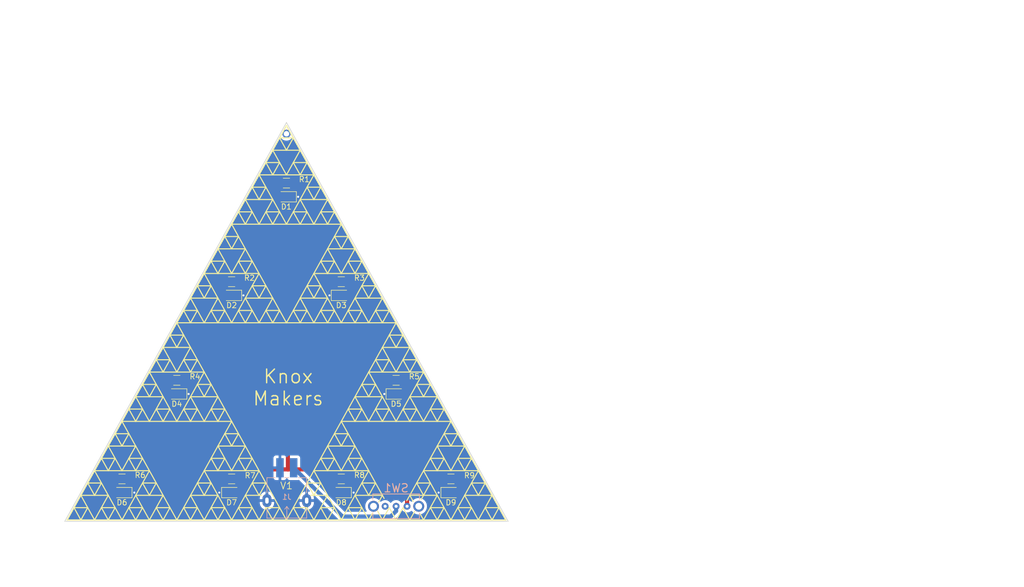
<source format=kicad_pcb>
(kicad_pcb (version 20211014) (generator pcbnew)
  (layers (0 "F.Cu" signal) (31 "B.Cu" signal) (34 "B.Paste" user) (35 "F.Paste" user) (36 "B.SilkS" user "B.Silkscreen") (37 "F.SilkS" user "F.Silkscreen") (38 "B.Mask" user) (39 "F.Mask" user) (44 "Edge.Cuts" user))
  (net 0 "")
  (net 1 "GND")
  (net 2 "Net-(D1-Pad2)")
  (net 3 "Net-(D2-Pad2)")
  (net 4 "Net-(D3-Pad2)")
  (net 5 "Net-(D4-Pad2)")
  (net 6 "Net-(D5-Pad2)")
  (net 7 "Net-(D6-Pad2)")
  (net 8 "Net-(D7-Pad2)")
  (net 9 "Net-(D8-Pad2)")
  (net 10 "VCC")
  (net 11 "Net-(D9-Pad2)")
  (net 12 "Net-(J1-Pad3)")
  (footprint "LED_SMD:LED_0805_2012Metric_Pad1.15x1.40mm_HandSolder" (layer "F.Cu") (at 154.6606 70.866 180)
    (fp_text reference "D1" (at 0 -1.8415 180) (layer "F.SilkS"))
    (fp_text value "LED")
    (pad "1" smd roundrect (at -1.025 0 180) (size 1.15 1.4) (layers "F.Cu" "F.Paste" "F.Mask") (roundrect_rratio 0.2173913043) (net 1 "GND"))
    (pad "2" smd roundrect (at 1.025 0 180) (size 1.15 1.4) (layers "F.Cu" "F.Paste" "F.Mask") (roundrect_rratio 0.2173913043) (net 2 "Net-(D1-Pad2)"))
  )
  (footprint "LED_SMD:LED_0805_2012Metric_Pad1.15x1.40mm_HandSolder" (layer "F.Cu") (at 144.526 89.154 180)
    (fp_text reference "D2" (at 0 -1.8415 180) (layer "F.SilkS"))
    (fp_text value "LED")
    (pad "1" smd roundrect (at -1.025 0 180) (size 1.15 1.4) (layers "F.Cu" "F.Paste" "F.Mask") (roundrect_rratio 0.2173913043) (net 1 "GND"))
    (pad "2" smd roundrect (at 1.025 0 180) (size 1.15 1.4) (layers "F.Cu" "F.Paste" "F.Mask") (roundrect_rratio 0.2173913043) (net 3 "Net-(D2-Pad2)"))
  )
  (footprint "Rays Footprints:R_1206_HandSoldering" (layer "F.Cu") (at 164.846 123.19 180)
    (fp_text reference "R8" (at -3.3655 0.6985) (layer "F.SilkS"))
    (fp_text value "300")
    (pad "1" smd roundrect (at -1.651 0 180) (size 1.24968 1.75006) (layers "F.Cu" "F.Paste" "F.Mask") (roundrect_rratio 0.2) (net 10 "VCC"))
    (pad "2" smd roundrect (at 1.651 0 180) (size 1.24968 1.75006) (layers "F.Cu" "F.Paste" "F.Mask") (roundrect_rratio 0.2) (net 9 "Net-(D8-Pad2)"))
  )
  (footprint "LED_SMD:LED_0805_2012Metric_Pad1.15x1.40mm_HandSolder" (layer "F.Cu") (at 185.166 125.73)
    (fp_text reference "D9" (at 0 1.8415) (layer "F.SilkS"))
    (fp_text value "LED")
    (pad "1" smd roundrect (at -1.025 0) (size 1.15 1.4) (layers "F.Cu" "F.Paste" "F.Mask") (roundrect_rratio 0.2173913043) (net 1 "GND"))
    (pad "2" smd roundrect (at 1.025 0) (size 1.15 1.4) (layers "F.Cu" "F.Paste" "F.Mask") (roundrect_rratio 0.2173913043) (net 11 "Net-(D9-Pad2)"))
  )
  (footprint "LED_SMD:LED_0805_2012Metric_Pad1.15x1.40mm_HandSolder" (layer "F.Cu") (at 144.526 125.73)
    (fp_text reference "D7" (at 0 1.8415) (layer "F.SilkS"))
    (fp_text value "LED")
    (pad "1" smd roundrect (at -1.025 0) (size 1.15 1.4) (layers "F.Cu" "F.Paste" "F.Mask") (roundrect_rratio 0.2173913043) (net 1 "GND"))
    (pad "2" smd roundrect (at 1.025 0) (size 1.15 1.4) (layers "F.Cu" "F.Paste" "F.Mask") (roundrect_rratio 0.2173913043) (net 8 "Net-(D7-Pad2)"))
  )
  (footprint "Rays Footprints:R_1206_HandSoldering" (layer "F.Cu") (at 154.686 68.326 180)
    (fp_text reference "R1" (at -3.302 0.6985) (layer "F.SilkS"))
    (fp_text value "300")
    (pad "1" smd roundrect (at -1.651 0 180) (size 1.24968 1.75006) (layers "F.Cu" "F.Paste" "F.Mask") (roundrect_rratio 0.2) (net 10 "VCC"))
    (pad "2" smd roundrect (at 1.651 0 180) (size 1.24968 1.75006) (layers "F.Cu" "F.Paste" "F.Mask") (roundrect_rratio 0.2) (net 2 "Net-(D1-Pad2)"))
  )
  (footprint "LED_SMD:LED_0805_2012Metric_Pad1.15x1.40mm_HandSolder" (layer "F.Cu") (at 175.006 107.442)
    (fp_text reference "D5" (at 0 1.8415) (layer "F.SilkS"))
    (fp_text value "LED")
    (pad "1" smd roundrect (at -1.025 0) (size 1.15 1.4) (layers "F.Cu" "F.Paste" "F.Mask") (roundrect_rratio 0.2173913043) (net 1 "GND"))
    (pad "2" smd roundrect (at 1.025 0) (size 1.15 1.4) (layers "F.Cu" "F.Paste" "F.Mask") (roundrect_rratio 0.2173913043) (net 6 "Net-(D5-Pad2)"))
  )
  (footprint "Rays Footprints:R_1206_HandSoldering" (layer "F.Cu") (at 134.366 104.902 180)
    (fp_text reference "R4" (at -3.3655 0.6985) (layer "F.SilkS"))
    (fp_text value "300")
    (pad "1" smd roundrect (at -1.651 0 180) (size 1.24968 1.75006) (layers "F.Cu" "F.Paste" "F.Mask") (roundrect_rratio 0.2) (net 10 "VCC"))
    (pad "2" smd roundrect (at 1.651 0 180) (size 1.24968 1.75006) (layers "F.Cu" "F.Paste" "F.Mask") (roundrect_rratio 0.2) (net 5 "Net-(D4-Pad2)"))
  )
  (footprint "Rays Footprints:R_1206_HandSoldering" (layer "F.Cu") (at 144.526 123.19)
    (fp_text reference "R7" (at 3.429 -0.635) (layer "F.SilkS"))
    (fp_text value "300")
    (pad "1" smd roundrect (at -1.651 0) (size 1.24968 1.75006) (layers "F.Cu" "F.Paste" "F.Mask") (roundrect_rratio 0.2) (net 10 "VCC"))
    (pad "2" smd roundrect (at 1.651 0) (size 1.24968 1.75006) (layers "F.Cu" "F.Paste" "F.Mask") (roundrect_rratio 0.2) (net 8 "Net-(D7-Pad2)"))
  )
  (footprint "Rays Footprints:R_1206_HandSoldering" (layer "F.Cu") (at 144.526 86.614 180)
    (fp_text reference "R2" (at -3.302 0.6985) (layer "F.SilkS"))
    (fp_text value "300")
    (pad "1" smd roundrect (at -1.651 0 180) (size 1.24968 1.75006) (layers "F.Cu" "F.Paste" "F.Mask") (roundrect_rratio 0.2) (net 10 "VCC"))
    (pad "2" smd roundrect (at 1.651 0 180) (size 1.24968 1.75006) (layers "F.Cu" "F.Paste" "F.Mask") (roundrect_rratio 0.2) (net 3 "Net-(D2-Pad2)"))
  )
  (footprint "Rays Footprints:R_1206_HandSoldering" (layer "F.Cu") (at 164.846 86.614)
    (fp_text reference "R3" (at 3.3655 -0.6985) (layer "F.SilkS"))
    (fp_text value "300")
    (pad "1" smd roundrect (at -1.651 0) (size 1.24968 1.75006) (layers "F.Cu" "F.Paste" "F.Mask") (roundrect_rratio 0.2) (net 10 "VCC"))
    (pad "2" smd roundrect (at 1.651 0) (size 1.24968 1.75006) (layers "F.Cu" "F.Paste" "F.Mask") (roundrect_rratio 0.2) (net 4 "Net-(D3-Pad2)"))
  )
  (footprint "Rays Footprints:R_1206_HandSoldering" (layer "F.Cu") (at 175.006 104.902)
    (fp_text reference "R5" (at 3.3655 -0.6985) (layer "F.SilkS"))
    (fp_text value "300")
    (pad "1" smd roundrect (at -1.651 0) (size 1.24968 1.75006) (layers "F.Cu" "F.Paste" "F.Mask") (roundrect_rratio 0.2) (net 10 "VCC"))
    (pad "2" smd roundrect (at 1.651 0) (size 1.24968 1.75006) (layers "F.Cu" "F.Paste" "F.Mask") (roundrect_rratio 0.2) (net 6 "Net-(D5-Pad2)"))
  )
  (footprint "LED_SMD:LED_0805_2012Metric_Pad1.15x1.40mm_HandSolder" (layer "F.Cu") (at 164.846 125.73 180)
    (fp_text reference "D8" (at 0 -1.8415 180) (layer "F.SilkS"))
    (fp_text value "LED")
    (pad "1" smd roundrect (at -1.025 0 180) (size 1.15 1.4) (layers "F.Cu" "F.Paste" "F.Mask") (roundrect_rratio 0.2173913043) (net 1 "GND"))
    (pad "2" smd roundrect (at 1.025 0 180) (size 1.15 1.4) (layers "F.Cu" "F.Paste" "F.Mask") (roundrect_rratio 0.2173913043) (net 9 "Net-(D8-Pad2)"))
  )
  (footprint "LED_SMD:LED_0805_2012Metric_Pad1.15x1.40mm_HandSolder" (layer "F.Cu") (at 134.366 107.442 180)
    (fp_text reference "D4" (at 0 -1.8415 180) (layer "F.SilkS"))
    (fp_text value "LED")
    (pad "1" smd roundrect (at -1.025 0 180) (size 1.15 1.4) (layers "F.Cu" "F.Paste" "F.Mask") (roundrect_rratio 0.2173913043) (net 1 "GND"))
    (pad "2" smd roundrect (at 1.025 0 180) (size 1.15 1.4) (layers "F.Cu" "F.Paste" "F.Mask") (roundrect_rratio 0.2173913043) (net 5 "Net-(D4-Pad2)"))
  )
  (footprint "LED_SMD:LED_0805_2012Metric_Pad1.15x1.40mm_HandSolder" (layer "F.Cu") (at 124.206 125.73 180)
    (fp_text reference "D6" (at 0 -1.8415 180) (layer "F.SilkS"))
    (fp_text value "LED")
    (pad "1" smd roundrect (at -1.025 0 180) (size 1.15 1.4) (layers "F.Cu" "F.Paste" "F.Mask") (roundrect_rratio 0.2173913043) (net 1 "GND"))
    (pad "2" smd roundrect (at 1.025 0 180) (size 1.15 1.4) (layers "F.Cu" "F.Paste" "F.Mask") (roundrect_rratio 0.2173913043) (net 7 "Net-(D6-Pad2)"))
  )
  (footprint "Rays Footprints:R_1206_HandSoldering" (layer "F.Cu") (at 185.166 123.19)
    (fp_text reference "R9" (at 3.429 -0.635) (layer "F.SilkS"))
    (fp_text value "300")
    (pad "1" smd roundrect (at -1.651 0) (size 1.24968 1.75006) (layers "F.Cu" "F.Paste" "F.Mask") (roundrect_rratio 0.2) (net 10 "VCC"))
    (pad "2" smd roundrect (at 1.651 0) (size 1.24968 1.75006) (layers "F.Cu" "F.Paste" "F.Mask") (roundrect_rratio 0.2) (net 11 "Net-(D9-Pad2)"))
  )
  (footprint "Rays Footprints:R_1206_HandSoldering" (layer "F.Cu") (at 124.206 123.19 180)
    (fp_text reference "R6" (at -3.3655 0.6985) (layer "F.SilkS"))
    (fp_text value "300")
    (pad "1" smd roundrect (at -1.651 0 180) (size 1.24968 1.75006) (layers "F.Cu" "F.Paste" "F.Mask") (roundrect_rratio 0.2) (net 10 "VCC"))
    (pad "2" smd roundrect (at 1.651 0 180) (size 1.24968 1.75006) (layers "F.Cu" "F.Paste" "F.Mask") (roundrect_rratio 0.2) (net 7 "Net-(D6-Pad2)"))
  )
  (footprint "LED_SMD:LED_0805_2012Metric_Pad1.15x1.40mm_HandSolder" (layer "F.Cu") (at 164.846 89.154)
    (fp_text reference "D3" (at 0 1.8415) (layer "F.SilkS"))
    (fp_text value "LED")
    (pad "1" smd roundrect (at -1.025 0) (size 1.15 1.4) (layers "F.Cu" "F.Paste" "F.Mask") (roundrect_rratio 0.2173913043) (net 1 "GND"))
    (pad "2" smd roundrect (at 1.025 0) (size 1.15 1.4) (layers "F.Cu" "F.Paste" "F.Mask") (roundrect_rratio 0.2173913043) (net 4 "Net-(D3-Pad2)"))
  )
  (footprint "Rays Footprints:USB Micro-B Power Only" (layer "B.Cu") (at 154.7495 127.03175)
    (fp_text reference "J1" (at 0 -0.5) (layer "B.SilkS") (effects (justify mirror)))
    (fp_text value "USB-Micro-B-Power-Only")
    (pad "1" thru_hole oval locked (at -3.683 0.1778) (size 1.651 2.413) (drill oval 0.635 1.143) (layers *.Cu *.Mask) (net 1 "GND"))
    (pad "2" thru_hole oval locked (at 3.683 0.1778) (size 1.651 2.413) (drill oval 0.635 1.143) (layers *.Cu *.Mask) (net 1 "GND"))
    (pad "3" smd rect locked (at 1.27 -5.9055) (size 1.397 3.556) (layers "B.Cu" "B.Paste" "B.Mask") (net 12 "Net-(J1-Pad3)"))
    (pad "4" smd rect locked (at -1.27 -5.9055) (size 1.397 3.556) (layers "B.Cu" "B.Paste" "B.Mask") (net 1 "GND"))
  )
  (footprint "Rays Footprints:KM-SPDT-Slide" (layer "B.Cu") (at 175.006 128.27 180)
    (fp_text reference "SW1" (at 0 3.3655) (layer "B.SilkS") (effects (font (size 1.524 1.524) (thickness 0.2032)) (justify mirror)))
    (fp_text value "SW_SPDT")
    (pad "1" thru_hole circle (at -2.032 0 180) (size 1.27 1.27) (drill 0.5842) (layers *.Cu *.Mask) (net 10 "VCC"))
    (pad "2" thru_hole circle (at 0 0 180) (size 1.27 1.27) (drill 0.5842) (layers *.Cu *.Mask) (net 12 "Net-(J1-Pad3)"))
    (pad "3" thru_hole circle (at 2.032 0 180) (size 1.27 1.27) (drill 0.5842) (layers *.Cu *.Mask))
    (pad "4" thru_hole circle (at 4.191 0 180) (size 2.032 2.032) (drill 1.27) (layers *.Cu *.Mask))
    (pad "4" thru_hole circle (at -4.191 0 180) (size 2.032 2.032) (drill 1.27) (layers *.Cu *.Mask))
  )
  (gr_line (start 180.086 103.378) (end 175.006 94.234) (layer "F.SilkS") (width 0.2032))
  (gr_line (start 138.176 87.376) (end 139.446 89.662) (layer "F.SilkS") (width 0.2032))
  (gr_line (start 168.656 82.804) (end 167.386 85.09) (layer "F.SilkS") (width 0.2032))
  (gr_line (start 153.416 73.66) (end 150.876 73.66) (layer "F.SilkS") (width 0.2032))
  (gr_line (start 166.116 114.808) (end 164.846 117.094) (layer "F.SilkS") (width 0.2032))
  (gr_line (start 161.036 87.376) (end 159.766 89.662) (layer "F.SilkS") (width 0.2032))
  (gr_line (start 168.656 119.38) (end 166.116 119.38) (layer "F.SilkS") (width 0.2032))
  (gr_line (start 162.306 94.234) (end 161.036 91.948) (layer "F.SilkS") (width 0.2032))
  (gr_line (start 175.006 103.378) (end 172.466 98.806) (layer "F.SilkS") (width 0.2032))
  (gr_line (start 169.926 121.666) (end 164.846 112.522) (layer "F.SilkS") (width 0.2032))
  (gr_line (start 121.666 121.666) (end 120.396 119.38) (layer "F.SilkS") (width 0.2032))
  (gr_line (start 182.626 126.238) (end 177.546 126.238) (layer "F.SilkS") (width 0.2032))
  (gr_line (start 163.576 78.232) (end 166.116 78.232) (layer "F.SilkS") (width 0.2032))
  (gr_line (start 172.466 112.522) (end 171.196 110.236) (layer "F.SilkS") (width 0.2032))
  (gr_line (start 148.336 69.088) (end 150.876 69.088) (layer "F.SilkS") (width 0.2032))
  (gr_line (start 163.576 78.232) (end 164.846 80.518) (layer "F.SilkS") (width 0.2032))
  (gr_line (start 141.986 121.666) (end 140.716 119.38) (layer "F.SilkS") (width 0.2032))
  (gr_line (start 180.086 112.522) (end 177.546 107.95) (layer "F.SilkS") (width 0.2032))
  (gr_line (start 143.256 128.524) (end 140.716 128.524) (layer "F.SilkS") (width 0.2032))
  (gr_line (start 158.496 69.088) (end 161.036 69.088) (layer "F.SilkS") (width 0.2032))
  (gr_line (start 141.986 130.81) (end 140.716 128.524) (layer "F.SilkS") (width 0.2032))
  (gr_line (start 155.956 59.944) (end 154.686 62.23) (layer "F.SilkS") (width 0.2032))
  (gr_line (start 188.976 123.952) (end 191.516 123.952) (layer "F.SilkS") (width 0.2032))
  (gr_line (start 133.096 110.236) (end 131.826 112.522) (layer "F.SilkS") (width 0.2032))
  (gr_line (start 148.336 128.524) (end 145.796 128.524) (layer "F.SilkS") (width 0.2032))
  (gr_line (start 171.7675 127.508) (end 172.466 126.238) (layer "F.SilkS") (width 0.2032))
  (gr_line (start 114.046 130.81) (end 119.126 121.666) (layer "F.SilkS") (width 0.2032))
  (gr_line (start 183.896 114.808) (end 185.166 117.094) (layer "F.SilkS") (width 0.2032))
  (gr_line (start 187.706 121.666) (end 186.436 119.38) (layer "F.SilkS") (width 0.2032))
  (gr_line (start 154.686 66.802) (end 152.146 62.23) (layer "F.SilkS") (width 0.2032))
  (gr_line (start 138.176 101.092) (end 135.636 101.092) (layer "F.SilkS") (width 0.2032))
  (gr_line (start 163.576 114.808) (end 164.846 117.094) (layer "F.SilkS") (width 0.2032))
  (gr_line (start 126.746 112.522) (end 125.476 110.236) (layer "F.SilkS") (width 0.2032))
  (gr_line (start 148.336 87.376) (end 149.606 89.662) (layer "F.SilkS") (width 0.2032))
  (gr_line (start 180.086 130.81) (end 182.626 126.238) (layer "F.SilkS") (width 0.2032))
  (gr_line (start 173.736 96.52) (end 175.006 98.806) (layer "F.SilkS") (width 0.2032))
  (gr_line (start 157.226 75.946) (end 155.956 73.66) (layer "F.SilkS") (width 0.2032))
  (gr_line (start 175.006 103.378) (end 177.546 98.806) (layer "F.SilkS") (width 0.2032))
  (gr_line (start 128.016 119.38) (end 125.476 119.38) (layer "F.SilkS") (width 0.2032))
  (gr_line (start 157.226 66.802) (end 155.956 64.516) (layer "F.SilkS") (width 0.2032))
  (gr_line (start 164.846 130.81) (end 169.926 121.666) (layer "F.SilkS") (width 0.2032))
  (gr_line (start 168.656 105.664) (end 171.196 105.664) (layer "F.SilkS") (width 0.2032))
  (gr_line (start 163.576 82.804) (end 162.306 85.09) (layer "F.SilkS") (width 0.2032))
  (gr_line (start 158.496 64.516) (end 155.956 64.516) (layer "F.SilkS") (width 0.2032))
  (gr_line (start 149.606 66.802) (end 154.686 57.658) (layer "F.SilkS") (width 0.2032))
  (gr_line (start 134.366 94.234) (end 139.446 85.09) (layer "F.SilkS") (width 0.2032))
  (gr_line (start 138.176 91.948) (end 136.906 94.234) (layer "F.SilkS") (width 0.2032))
  (gr_line (start 162.306 121.666) (end 161.036 119.38) (layer "F.SilkS") (width 0.2032))
  (gr_line (start 139.446 130.81) (end 136.906 126.238) (layer "F.SilkS") (width 0.2032))
  (gr_line (start 159.766 94.234) (end 157.226 89.662) (layer "F.SilkS") (width 0.2032))
  (gr_line (start 149.606 85.09) (end 144.526 75.946) (layer "F.SilkS") (width 0.2032))
  (gr_line (start 169.926 103.378) (end 175.006 94.234) (layer "F.SilkS") (width 0.2032))
  (gr_line (start 154.686 75.946) (end 149.606 66.802) (layer "F.SilkS") (width 0.2032))
  (gr_line (start 147.066 121.666) (end 145.796 119.38) (layer "F.SilkS") (width 0.2032))
  (gr_line (start 157.226 94.234) (end 155.956 91.948) (layer "F.SilkS") (width 0.2032))
  (gr_line (start 181.356 123.952) (end 180.086 126.238) (layer "F.SilkS") (width 0.2032))
  (gr_line (start 180.086 112.522) (end 182.626 107.95) (layer "F.SilkS") (width 0.2032))
  (gr_line (start 133.096 110.236) (end 130.556 110.236) (layer "F.SilkS") (width 0.2032))
  (gr_line (start 130.556 105.664) (end 129.286 107.95) (layer "F.SilkS") (width 0.2032))
  (gr_line (start 138.176 101.092) (end 136.906 103.378) (layer "F.SilkS") (width 0.2032))
  (gr_line (start 182.626 112.522) (end 181.356 110.236) (layer "F.SilkS") (width 0.2032))
  (gr_line (start 143.256 91.948) (end 140.716 91.948) (layer "F.SilkS") (width 0.2032))
  (gr_line (start 185.166 121.666) (end 182.626 117.094) (layer "F.SilkS") (width 0.2032))
  (gr_line (start 144.526 130.81) (end 139.446 121.666) (layer "F.SilkS") (width 0.2032))
  (gr_line (start 139.446 94.234) (end 136.906 89.662) (layer "F.SilkS") (width 0.2032))
  (gr_line (start 145.796 114.808) (end 144.526 117.094) (layer "F.SilkS") (width 0.2032))
  (gr_line (start 168.656 91.948) (end 167.386 94.234) (layer "F.SilkS") (width 0.2032))
  (gr_line (start 167.386 130.81) (end 166.116 128.524) (layer "F.SilkS") (width 0.2032))
  (gr_line (start 182.626 121.666) (end 181.356 119.38) (layer "F.SilkS") (width 0.2032))
  (gr_line (start 126.746 130.81) (end 125.476 128.524) (layer "F.SilkS") (width 0.2032))
  (gr_line (start 172.466 126.238) (end 167.386 126.238) (layer "F.SilkS") (width 0.2032))
  (gr_line (start 153.416 59.944) (end 154.686 62.23) (layer "F.SilkS") (width 0.2032))
  (gr_line (start 136.906 112.522) (end 135.636 110.236) (layer "F.SilkS") (width 0.2032))
  (gr_line (start 158.496 128.524) (end 157.226 130.81) (layer "F.SilkS") (width 0.2032))
  (gr_line (start 188.976 128.524) (end 187.706 130.81) (layer "F.SilkS") (width 0.2032))
  (gr_line (start 167.386 85.09) (end 166.116 82.804) (layer "F.SilkS") (width 0.2032))
  (gr_line (start 134.366 112.522) (end 139.446 103.378) (layer "F.SilkS") (width 0.2032))
  (gr_line (start 139.446 112.522) (end 136.906 107.95) (layer "F.SilkS") (width 0.2032))
  (gr_line (start 190.246 130.81) (end 192.786 126.238) (layer "F.SilkS") (width 0.2032))
  (gr_line (start 122.936 114.808) (end 125.476 114.808) (layer "F.SilkS") (width 0.2032))
  (gr_line (start 148.336 119.38) (end 147.066 121.666) (layer "F.SilkS") (width 0.2032))
  (gr_line (start 172.466 94.234) (end 171.196 91.948) (layer "F.SilkS") (width 0.2032))
  (gr_line (start 129.286 103.378) (end 134.366 94.234) (layer "F.SilkS") (width 0.2032))
  (gr_line (start 143.256 82.804) (end 141.986 85.09) (layer "F.SilkS") (width 0.2032))
  (gr_line (start 153.416 128.524) (end 152.146 130.81) (layer "F.SilkS") (width 0.2032))
  (gr_line (start 128.016 123.952) (end 130.556 123.952) (layer "F.SilkS") (width 0.2032))
  (gr_line (start 138.176 110.236) (end 136.906 112.522) (layer "F.SilkS") (width 0.2032))
  (gr_line (start 148.336 87.376) (end 150.876 87.376) (layer "F.SilkS") (width 0.2032))
  (gr_line (start 185.166 121.666) (end 187.706 117.094) (layer "F.SilkS") (width 0.2032))
  (gr_line (start 163.576 128.524) (end 161.036 128.524) (layer "F.SilkS") (width 0.2032))
  (gr_line (start 141.986 94.234) (end 140.716 91.948) (layer "F.SilkS") (width 0.2032))
  (gr_line (start 135.636 96.52) (end 134.366 98.806) (layer "F.SilkS") (width 0.2032))
  (gr_line (start 175.006 94.234) (end 164.846 94.234) (layer "F.SilkS") (width 0.2032))
  (gr_line (start 149.606 121.666) (end 144.526 112.522) (layer "F.SilkS") (width 0.2032))
  (gr_line (start 173.736 101.092) (end 172.466 103.378) (layer "F.SilkS") (width 0.2032))
  (gr_line (start 171.196 123.952) (end 169.926 126.238) (layer "F.SilkS") (width 0.2032))
  (gr_line (start 149.606 94.234) (end 147.066 89.662) (layer "F.SilkS") (width 0.2032))
  (gr_line (start 159.766 75.946) (end 162.306 71.374) (layer "F.SilkS") (width 0.2032))
  (gr_line (start 144.526 130.81) (end 149.606 121.666) (layer "F.SilkS") (width 0.2032))
  (gr_line (start 159.766 75.946) (end 157.226 71.374) (layer "F.SilkS") (width 0.2032))
  (gr_line (start 148.336 128.524) (end 147.066 130.81) (layer "F.SilkS") (width 0.2032))
  (gr_line (start 169.926 130.81) (end 170.6245 129.54) (layer "F.SilkS") (width 0.2032))
  (gr_line (start 149.606 75.946) (end 152.146 71.374) (layer "F.SilkS") (width 0.2032))
  (gr_line (start 168.656 87.376) (end 171.196 87.376) (layer "F.SilkS") (width 0.2032))
  (gr_line (start 131.826 126.238) (end 126.746 126.238) (layer "F.SilkS") (width 0.2032))
  (gr_line (start 158.496 128.524) (end 155.956 128.524) (layer "F.SilkS") (width 0.2032))
  (gr_line (start 163.576 128.524) (end 162.306 130.81) (layer "F.SilkS") (width 0.2032))
  (gr_line (start 134.366 112.522) (end 129.286 103.378) (layer "F.SilkS") (width 0.2032))
  (gr_line (start 172.466 130.81) (end 171.577 129.159) (layer "F.SilkS") (width 0.2032))
  (gr_line (start 169.926 94.234) (end 172.466 89.662) (layer "F.SilkS") (width 0.2032))
  (gr_line (start 144.526 94.234) (end 134.366 94.234) (layer "F.SilkS") (width 0.2032))
  (gr_line (start 164.846 85.09) (end 167.386 80.518) (layer "F.SilkS") (width 0.2032))
  (gr_line (start 172.7835 126.8095) (end 169.926 121.666) (layer "F.SilkS") (width 0.2032))
  (gr_line (start 140.716 87.376) (end 139.446 89.662) (layer "F.SilkS") (width 0.2032))
  (gr_line (start 136.906 94.234) (end 135.636 91.948) (layer "F.SilkS") (width 0.2032))
  (gr_line (start 149.606 75.946) (end 147.066 71.374) (layer "F.SilkS") (width 0.2032))
  (gr_line (start 149.606 121.666) (end 139.446 121.666) (layer "F.SilkS") (width 0.2032))
  (gr_line (start 149.606 130.81) (end 150.876 128.524) (layer "F.SilkS") (width 0.2032))
  (gr_line (start 175.006 94.234) (end 169.926 85.09) (layer "F.SilkS") (width 0.2032))
  (gr_line (start 159.766 94.234) (end 162.306 89.662) (layer "F.SilkS") (width 0.2032))
  (gr_line (start 159.766 66.802) (end 149.606 66.802) (layer "F.SilkS") (width 0.2032))
  (gr_line (start 163.576 82.804) (end 161.036 82.804) (layer "F.SilkS") (width 0.2032))
  (gr_line (start 152.146 94.234) (end 150.876 91.948) (layer "F.SilkS") (width 0.2032))
  (gr_line (start 141.986 112.522) (end 140.716 110.236) (layer "F.SilkS") (width 0.2032))
  (gr_line (start 167.386 80.518) (end 162.306 80.518) (layer "F.SilkS") (width 0.2032))
  (gr_line (start 138.176 105.664) (end 140.716 105.664) (layer "F.SilkS") (width 0.2032))
  (gr_line (start 171.196 87.376) (end 169.926 89.662) (layer "F.SilkS") (width 0.2032))
  (gr_line (start 143.256 110.236) (end 140.716 110.236) (layer "F.SilkS") (width 0.2032))
  (gr_line (start 139.446 103.378) (end 129.286 103.378) (layer "F.SilkS") (width 0.2032))
  (gr_line (start 157.226 130.81) (end 155.956 128.524) (layer "F.SilkS") (width 0.2032))
  (gr_line (start 173.736 91.948) (end 171.196 91.948) (layer "F.SilkS") (width 0.2032))
  (gr_line (start 164.846 75.946) (end 154.686 75.946) (layer "F.SilkS") (width 0.2032))
  (gr_line (start 128.016 123.952) (end 129.286 126.238) (layer "F.SilkS") (width 0.2032))
  (gr_line (start 143.256 110.236) (end 141.986 112.522) (layer "F.SilkS") (width 0.2032))
  (gr_line (start 141.986 85.09) (end 140.716 82.804) (layer "F.SilkS") (width 0.2032))
  (gr_line (start 162.306 89.662) (end 157.226 89.662) (layer "F.SilkS") (width 0.2032))
  (gr_line (start 154.686 94.234) (end 144.526 94.234) (layer "F.SilkS") (width 0.2032))
  (gr_line (start 120.396 123.952) (end 119.126 126.238) (layer "F.SilkS") (width 0.2032))
  (gr_line (start 153.416 64.516) (end 150.876 64.516) (layer "F.SilkS") (width 0.2032))
  (gr_line (start 164.846 94.234) (end 159.766 85.09) (layer "F.SilkS") (width 0.2032))
  (gr_line (start 186.436 114.808) (end 185.166 117.094) (layer "F.SilkS") (width 0.2032))
  (gr_line (start 144.526 121.666) (end 141.986 117.094) (layer "F.SilkS") (width 0.2032))
  (gr_line (start 154.686 130.81) (end 149.606 121.666) (layer "F.SilkS") (width 0.2032))
  (gr_line (start 153.416 128.524) (end 150.876 128.524) (layer "F.SilkS") (width 0.2032))
  (gr_line (start 140.716 123.952) (end 139.446 126.238) (layer "F.SilkS") (width 0.2032))
  (gr_line (start 153.416 64.516) (end 152.146 66.802) (layer "F.SilkS") (width 0.2032))
  (gr_line (start 171.196 105.664) (end 169.926 107.95) (layer "F.SilkS") (width 0.2032))
  (gr_line (start 133.096 96.52) (end 135.636 96.52) (layer "F.SilkS") (width 0.2032))
  (gr_line (start 163.576 119.38) (end 162.306 121.666) (layer "F.SilkS") (width 0.2032))
  (gr_line (start 116.586 130.81) (end 115.316 128.524) (layer "F.SilkS") (width 0.2032))
  (gr_line (start 177.546 98.806) (end 172.466 98.806) (layer "F.SilkS") (width 0.2032))
  (gr_line (start 121.666 130.81) (end 120.396 128.524) (layer "F.SilkS") (width 0.2032))
  (gr_line (start 154.686 94.234) (end 159.766 85.09) (layer "F.SilkS") (width 0.2032))
  (gr_line (start 164.846 112.522) (end 169.926 103.378) (layer "F.SilkS") (width 0.2032))
  (gr_line (start 140.716 105.664) (end 139.446 107.95) (layer "F.SilkS") (width 0.2032))
  (gr_line (start 175.006 112.522) (end 164.846 112.522) (layer "F.SilkS") (width 0.2032))
  (gr_line (start 119.126 121.666) (end 124.206 112.522) (layer "F.SilkS") (width 0.2032))
  (gr_line (start 159.766 85.09) (end 164.846 75.946) (layer "F.SilkS") (width 0.2032))
  (gr_line (start 167.386 94.234) (end 166.116 91.948) (layer "F.SilkS") (width 0.2032))
  (gr_line (start 169.926 112.522) (end 167.386 107.95) (layer "F.SilkS") (width 0.2032))
  (gr_line (start 128.016 119.38) (end 126.746 121.666) (layer "F.SilkS") (width 0.2032))
  (gr_line (start 187.706 117.094) (end 182.626 117.094) (layer "F.SilkS") (width 0.2032))
  (gr_line (start 147.066 80.518) (end 141.986 80.518) (layer "F.SilkS") (width 0.2032))
  (gr_line (start 188.976 128.524) (end 186.436 128.524) (layer "F.SilkS") (width 0.2032))
  (gr_line (start 182.626 130.81) (end 181.356 128.524) (layer "F.SilkS") (width 0.2032))
  (gr_line (start 173.736 110.236) (end 171.196 110.236) (layer "F.SilkS") (width 0.2032))
  (gr_line (start 153.416 73.66) (end 152.146 75.946) (layer "F.SilkS") (width 0.2032))
  (gr_line (start 180.086 130.81) (end 179.451 129.667) (layer "F.SilkS") (width 0.2032))
  (gr_line (start 138.176 87.376) (end 140.716 87.376) (layer "F.SilkS") (width 0.2032))
  (gr_line (start 158.496 123.952) (end 161.036 123.952) (layer "F.SilkS") (width 0.2032))
  (gr_line (start 190.246 130.81) (end 187.706 126.238) (layer "F.SilkS") (width 0.2032))
  (gr_line (start 139.446 112.522) (end 141.986 107.95) (layer "F.SilkS") (width 0.2032))
  (gr_line (start 136.906 130.81) (end 135.636 128.524) (layer "F.SilkS") (width 0.2032))
  (gr_line (start 173.736 91.948) (end 172.466 94.234) (layer "F.SilkS") (width 0.2032))
  (gr_line (start 122.936 128.524) (end 121.666 130.81) (layer "F.SilkS") (width 0.2032))
  (gr_line (start 177.546 130.81) (end 176.276 128.524) (layer "F.SilkS") (width 0.2032))
  (gr_line (start 145.796 78.232) (end 144.526 80.518) (layer "F.SilkS") (width 0.2032))
  (gr_line (start 180.086 121.666) (end 185.166 112.522) (layer "F.SilkS") (width 0.2032))
  (gr_line (start 187.706 130.81) (end 186.436 128.524) (layer "F.SilkS") (width 0.2032))
  (gr_line (start 158.496 91.948) (end 157.226 94.234) (layer "F.SilkS") (width 0.2032))
  (gr_line (start 153.416 91.948) (end 150.876 91.948) (layer "F.SilkS") (width 0.2032))
  (gr_line (start 131.826 130.81) (end 130.556 128.524) (layer "F.SilkS") (width 0.2032))
  (gr_line (start 150.114 126.238) (end 147.066 126.238) (layer "F.SilkS") (width 0.2032))
  (gr_line (start 177.546 103.378) (end 176.276 101.092) (layer "F.SilkS") (width 0.2032))
  (gr_line (start 194.056 128.524) (end 192.786 130.81) (layer "F.SilkS") (width 0.2032))
  (gr_line (start 158.496 64.516) (end 157.226 66.802) (layer "F.SilkS") (width 0.2032))
  (gr_line (start 148.336 73.66) (end 145.796 73.66) (layer "F.SilkS") (width 0.2032))
  (gr_line (start 169.926 121.666) (end 159.766 121.666) (layer "F.SilkS") (width 0.2032))
  (gr_line (start 163.576 91.948) (end 162.306 94.234) (layer "F.SilkS") (width 0.2032))
  (gr_line (start 176.276 96.52) (end 175.006 98.806) (layer "F.SilkS") (width 0.2032))
  (gr_line (start 143.256 114.808) (end 144.526 117.094) (layer "F.SilkS") (width 0.2032))
  (gr_line (start 167.386 121.666) (end 166.116 119.38) (layer "F.SilkS") (width 0.2032))
  (gr_line (start 138.176 110.236) (end 135.636 110.236) (layer "F.SilkS") (width 0.2032))
  (gr_line (start 164.846 75.946) (end 159.766 66.802) (layer "F.SilkS") (width 0.2032))
  (gr_line (start 172.466 103.378) (end 171.196 101.092) (layer "F.SilkS") (width 0.2032))
  (gr_line (start 172.466 89.662) (end 167.386 89.662) (layer "F.SilkS") (width 0.2032))
  (gr_line (start 141.986 107.95) (end 136.906 107.95) (layer "F.SilkS") (width 0.2032))
  (gr_line (start 148.336 91.948) (end 145.796 91.948) (layer "F.SilkS") (width 0.2032))
  (gr_line (start 176.9745 127.254) (end 180.086 121.666) (layer "F.SilkS") (width 0.2032))
  (gr_line (start 180.086 126.238) (end 179.6415 127.03175) (layer "F.SilkS") (width 0.2032))
  (gr_line (start 164.846 121.666) (end 167.386 117.094) (layer "F.SilkS") (width 0.2032))
  (gr_line (start 158.496 73.66) (end 155.956 73.66) (layer "F.SilkS") (width 0.2032))
  (gr_line (start 190.246 121.666) (end 180.086 121.666) (layer "F.SilkS") (width 0.2032))
  (gr_line (start 178.816 105.664) (end 181.356 105.664) (layer "F.SilkS") (width 0.2032))
  (gr_line (start 117.856 123.952) (end 119.126 126.238) (layer "F.SilkS") (width 0.2032))
  (gr_line (start 138.176 123.952) (end 139.446 126.238) (layer "F.SilkS") (width 0.2032))
  (gr_line (start 150.876 87.376) (end 149.606 89.662) (layer "F.SilkS") (width 0.2032))
  (gr_line (start 138.176 105.664) (end 139.446 107.95) (layer "F.SilkS") (width 0.2032))
  (gr_line (start 143.256 82.804) (end 140.716 82.804) (layer "F.SilkS") (width 0.2032))
  (gr_line (start 185.166 130.81) (end 175.006 130.81) (layer "F.SilkS") (width 0.2032))
  (gr_line (start 147.066 75.946) (end 145.796 73.66) (layer "F.SilkS") (width 0.2032))
  (gr_line (start 128.016 110.236) (end 126.746 112.522) (layer "F.SilkS") (width 0.2032))
  (gr_line (start 154.686 75.946) (end 159.766 66.802) (layer "F.SilkS") (width 0.2032))
  (gr_line (start 162.306 71.374) (end 157.226 71.374) (layer "F.SilkS") (width 0.2032))
  (gr_line (start 149.606 94.234) (end 152.146 89.662) (layer "F.SilkS") (width 0.2032))
  (gr_line (start 138.176 128.524) (end 135.636 128.524) (layer "F.SilkS") (width 0.2032))
  (gr_line (start 117.856 123.952) (end 120.396 123.952) (layer "F.SilkS") (width 0.2032))
  (gr_line (start 143.256 78.232) (end 144.526 80.518) (layer "F.SilkS") (width 0.2032))
  (gr_line (start 163.576 73.66) (end 161.036 73.66) (layer "F.SilkS") (width 0.2032))
  (gr_line (start 175.006 112.522) (end 169.926 103.378) (layer "F.SilkS") (width 0.2032))
  (gr_line (start 144.526 94.234) (end 149.606 85.09) (layer "F.SilkS") (width 0.2032))
  (gr_line (start 168.656 87.376) (end 169.926 89.662) (layer "F.SilkS") (width 0.2032))
  (gr_line (start 167.386 112.522) (end 166.116 110.236) (layer "F.SilkS") (width 0.2032))
  (gr_line (start 178.816 105.664) (end 180.086 107.95) (layer "F.SilkS") (width 0.2032))
  (gr_line (start 124.206 130.81) (end 119.126 121.666) (layer "F.SilkS") (width 0.2032))
  (gr_line (start 164.846 85.09) (end 162.306 80.518) (layer "F.SilkS") (width 0.2032))
  (gr_line (start 153.416 59.944) (end 155.956 59.944) (layer "F.SilkS") (width 0.2032))
  (gr_line (start 117.856 128.524) (end 115.316 128.524) (layer "F.SilkS") (width 0.2032))
  (gr_line (start 129.286 121.666) (end 124.206 112.522) (layer "F.SilkS") (width 0.2032))
  (gr_line (start 168.656 105.664) (end 169.926 107.95) (layer "F.SilkS") (width 0.2032))
  (gr_line (start 152.146 89.662) (end 147.066 89.662) (layer "F.SilkS") (width 0.2032))
  (gr_line (start 172.466 107.95) (end 167.386 107.95) (layer "F.SilkS") (width 0.2032))
  (gr_line (start 159.766 121.666) (end 164.846 112.522) (layer "F.SilkS") (width 0.2032))
  (gr_line (start 147.066 85.09) (end 145.796 82.804) (layer "F.SilkS") (width 0.2032))
  (gr_line (start 185.166 130.81) (end 180.086 121.666) (layer "F.SilkS") (width 0.2032))
  (gr_line (start 124.206 121.666) (end 126.746 117.094) (layer "F.SilkS") (width 0.2032))
  (gr_line (start 143.256 119.38) (end 141.986 121.666) (layer "F.SilkS") (width 0.2032))
  (gr_line (start 147.066 130.81) (end 145.796 128.524) (layer "F.SilkS") (width 0.2032))
  (gr_line (start 144.526 75.946) (end 149.606 66.802) (layer "F.SilkS") (width 0.2032))
  (gr_line (start 167.386 117.094) (end 162.306 117.094) (layer "F.SilkS") (width 0.2032))
  (gr_line (start 168.656 91.948) (end 166.116 91.948) (layer "F.SilkS") (width 0.2032))
  (gr_line (start 148.336 69.088) (end 149.606 71.374) (layer "F.SilkS") (width 0.2032))
  (gr_line (start 183.896 110.236) (end 181.356 110.236) (layer "F.SilkS") (width 0.2032))
  (gr_line (start 131.826 103.378) (end 130.556 101.092) (layer "F.SilkS") (width 0.2032))
  (gr_line (start 134.366 130.81) (end 129.286 121.666) (layer "F.SilkS") (width 0.2032))
  (gr_line (start 139.446 130.81) (end 141.986 126.238) (layer "F.SilkS") (width 0.2032))
  (gr_line (start 158.496 91.948) (end 155.956 91.948) (layer "F.SilkS") (width 0.2032))
  (gr_line (start 173.736 96.52) (end 176.276 96.52) (layer "F.SilkS") (width 0.2032))
  (gr_line (start 153.416 91.948) (end 152.146 94.234) (layer "F.SilkS") (width 0.2032))
  (gr_line (start 175.006 130.81) (end 176.276 128.524) (layer "F.SilkS") (width 0.2032))
  (gr_line (start 188.976 119.38) (end 187.706 121.666) (layer "F.SilkS") (width 0.2032))
  (gr_line (start 190.246 121.666) (end 185.166 112.522) (layer "F.SilkS") (width 0.2032))
  (gr_line (start 134.366 103.378) (end 131.826 98.806) (layer "F.SilkS") (width 0.2032))
  (gr_line (start 169.926 112.522) (end 172.466 107.95) (layer "F.SilkS") (width 0.2032))
  (gr_line (start 168.656 110.236) (end 167.386 112.522) (layer "F.SilkS") (width 0.2032))
  (gr_line (start 183.896 128.524) (end 182.626 130.81) (layer "F.SilkS") (width 0.2032))
  (gr_line (start 124.206 130.81) (end 129.286 121.666) (layer "F.SilkS") (width 0.2032))
  (gr_line (start 183.896 128.524) (end 181.356 128.524) (layer "F.SilkS") (width 0.2032))
  (gr_line (start 163.576 114.808) (end 166.116 114.808) (layer "F.SilkS") (width 0.2032))
  (gr_line (start 154.686 130.81) (end 159.766 121.666) (layer "F.SilkS") (width 0.2032))
  (gr_line (start 168.656 82.804) (end 166.116 82.804) (layer "F.SilkS") (width 0.2032))
  (gr_line (start 192.786 126.238) (end 187.706 126.238) (layer "F.SilkS") (width 0.2032))
  (gr_line (start 148.336 91.948) (end 147.066 94.234) (layer "F.SilkS") (width 0.2032))
  (gr_line (start 148.336 123.952) (end 149.606 126.238) (layer "F.SilkS") (width 0.2032))
  (gr_line (start 134.366 103.378) (end 136.906 98.806) (layer "F.SilkS") (width 0.2032))
  (gr_line (start 136.906 98.806) (end 131.826 98.806) (layer "F.SilkS") (width 0.2032))
  (gr_line (start 161.036 123.952) (end 159.766 126.238) (layer "F.SilkS") (width 0.2032))
  (gr_line (start 138.176 123.952) (end 140.716 123.952) (layer "F.SilkS") (width 0.2032))
  (gr_line (start 185.166 112.522) (end 180.086 103.378) (layer "F.SilkS") (width 0.2032))
  (gr_line (start 134.366 130.81) (end 139.446 121.666) (layer "F.SilkS") (width 0.2032))
  (gr_line (start 195.326 130.81) (end 190.246 121.666) (layer "F.SilkS") (width 0.2032))
  (gr_line (start 169.926 85.09) (end 159.766 85.09) (layer "F.SilkS") (width 0.2032))
  (gr_line (start 194.056 128.524) (end 191.516 128.524) (layer "F.SilkS") (width 0.2032))
  (gr_line (start 178.816 101.092) (end 176.276 101.092) (layer "F.SilkS") (width 0.2032))
  (gr_line (start 149.606 85.09) (end 139.446 85.09) (layer "F.SilkS") (width 0.2032))
  (gr_line (start 144.526 85.09) (end 141.986 80.518) (layer "F.SilkS") (width 0.2032))
  (gr_line (start 150.876 69.088) (end 149.606 71.374) (layer "F.SilkS") (width 0.2032))
  (gr_line (start 147.066 94.234) (end 145.796 91.948) (layer "F.SilkS") (width 0.2032))
  (gr_line (start 129.286 130.81) (end 131.826 126.238) (layer "F.SilkS") (width 0.2032))
  (gr_line (start 158.496 123.952) (end 159.766 126.238) (layer "F.SilkS") (width 0.2032))
  (gr_line (start 175.006 130.81) (end 164.846 130.81) (layer "F.SilkS") (width 0.2032))
  (gr_line (start 126.746 121.666) (end 125.476 119.38) (layer "F.SilkS") (width 0.2032))
  (gr_line (start 134.366 130.81) (end 124.206 130.81) (layer "F.SilkS") (width 0.2032))
  (gr_line (start 188.976 123.952) (end 190.246 126.238) (layer "F.SilkS") (width 0.2032))
  (gr_line (start 128.016 128.524) (end 125.476 128.524) (layer "F.SilkS") (width 0.2032))
  (gr_line (start 177.546 112.522) (end 176.276 110.236) (layer "F.SilkS") (width 0.2032))
  (gr_line (start 158.496 87.376) (end 159.766 89.662) (layer "F.SilkS") (width 0.2032))
  (gr_line (start 169.926 94.234) (end 167.386 89.662) (layer "F.SilkS") (width 0.2032))
  (gr_line (start 121.666 126.238) (end 116.586 126.238) (layer "F.SilkS") (width 0.2032))
  (gr_line (start 143.256 91.948) (end 141.986 94.234) (layer "F.SilkS") (width 0.2032))
  (gr_line (start 133.096 101.092) (end 131.826 103.378) (layer "F.SilkS") (width 0.2032))
  (gr_line (start 134.366 112.522) (end 124.206 112.522) (layer "F.SilkS") (width 0.2032))
  (gr_line (start 122.936 119.38) (end 121.666 121.666) (layer "F.SilkS") (width 0.2032))
  (gr_line (start 143.256 114.808) (end 145.796 114.808) (layer "F.SilkS") (width 0.2032))
  (gr_line (start 158.496 73.66) (end 157.226 75.946) (layer "F.SilkS") (width 0.2032))
  (gr_line (start 144.526 85.09) (end 147.066 80.518) (layer "F.SilkS") (width 0.2032))
  (gr_line (start 122.936 114.808) (end 124.206 117.094) (layer "F.SilkS") (width 0.2032))
  (gr_line (start 178.435 129.2225) (end 177.546 130.81) (layer "F.SilkS") (width 0.2032))
  (gr_line (start 166.116 78.232) (end 164.846 80.518) (layer "F.SilkS") (width 0.2032))
  (gr_line (start 152.146 66.802) (end 150.876 64.516) (layer "F.SilkS") (width 0.2032))
  (gr_line (start 144.526 112.522) (end 139.446 103.378) (layer "F.SilkS") (width 0.2032))
  (gr_line (start 161.036 69.088) (end 159.766 71.374) (layer "F.SilkS") (width 0.2032))
  (gr_line (start 164.846 130.81) (end 154.686 130.81) (layer "F.SilkS") (width 0.2032))
  (gr_line (start 159.766 66.802) (end 154.686 57.658) (layer "F.SilkS") (width 0.2032))
  (gr_line (start 148.336 82.804) (end 147.066 85.09) (layer "F.SilkS") (width 0.2032))
  (gr_line (start 152.146 75.946) (end 150.876 73.66) (layer "F.SilkS") (width 0.2032))
  (gr_line (start 183.896 119.38) (end 181.356 119.38) (layer "F.SilkS") (width 0.2032))
  (gr_line (start 178.816 110.236) (end 177.546 112.522) (layer "F.SilkS") (width 0.2032))
  (gr_line (start 164.846 94.234) (end 169.926 85.09) (layer "F.SilkS") (width 0.2032))
  (gr_line (start 148.336 123.952) (end 150.876 123.952) (layer "F.SilkS") (width 0.2032))
  (gr_line (start 122.936 119.38) (end 120.396 119.38) (layer "F.SilkS") (width 0.2032))
  (gr_line (start 122.936 128.524) (end 120.396 128.524) (layer "F.SilkS") (width 0.2032))
  (gr_line (start 138.176 128.524) (end 136.906 130.81) (layer "F.SilkS") (width 0.2032))
  (gr_line (start 168.656 128.524) (end 167.386 130.81) (layer "F.SilkS") (width 0.2032))
  (gr_line (start 128.016 110.236) (end 125.476 110.236) (layer "F.SilkS") (width 0.2032))
  (gr_line (start 178.181 127.381) (end 177.546 126.238) (layer "F.SilkS") (width 0.2032))
  (gr_line (start 159.766 130.81) (end 158.496 128.524) (layer "F.SilkS") (width 0.2032))
  (gr_line (start 128.016 105.664) (end 129.286 107.95) (layer "F.SilkS") (width 0.2032))
  (gr_line (start 131.826 112.522) (end 130.556 110.236) (layer "F.SilkS") (width 0.2032))
  (gr_line (start 178.816 123.952) (end 181.356 123.952) (layer "F.SilkS") (width 0.2032))
  (gr_line (start 133.096 128.524) (end 131.826 130.81) (layer "F.SilkS") (width 0.2032))
  (gr_line (start 138.176 91.948) (end 135.636 91.948) (layer "F.SilkS") (width 0.2032))
  (gr_line (start 144.526 94.234) (end 139.446 85.09) (layer "F.SilkS") (width 0.2032))
  (gr_line (start 144.526 112.522) (end 134.366 112.522) (layer "F.SilkS") (width 0.2032))
  (gr_line (start 139.446 121.666) (end 144.526 112.522) (layer "F.SilkS") (width 0.2032))
  (gr_line (start 168.656 128.524) (end 166.116 128.524) (layer "F.SilkS") (width 0.2032))
  (gr_line (start 129.286 130.81) (end 126.746 126.238) (layer "F.SilkS") (width 0.2032))
  (gr_line (start 124.206 130.81) (end 114.046 130.81) (layer "F.SilkS") (width 0.2032))
  (gr_line (start 185.166 112.522) (end 175.006 112.522) (layer "F.SilkS") (width 0.2032))
  (gr_line (start 168.656 119.38) (end 167.386 121.666) (layer "F.SilkS") (width 0.2032))
  (gr_line (start 129.286 112.522) (end 131.826 107.95) (layer "F.SilkS") (width 0.2032))
  (gr_line (start 183.896 119.38) (end 182.626 121.666) (layer "F.SilkS") (width 0.2032))
  (gr_line (start 178.816 101.092) (end 177.546 103.378) (layer "F.SilkS") (width 0.2032))
  (gr_line (start 131.826 107.95) (end 126.746 107.95) (layer "F.SilkS") (width 0.2032))
  (gr_line (start 154.686 75.946) (end 144.526 75.946) (layer "F.SilkS") (width 0.2032))
  (gr_line (start 139.446 85.09) (end 144.526 75.946) (layer "F.SilkS") (width 0.2032))
  (gr_line (start 143.256 119.38) (end 140.716 119.38) (layer "F.SilkS") (width 0.2032))
  (gr_line (start 128.016 105.664) (end 130.556 105.664) (layer "F.SilkS") (width 0.2032))
  (gr_line (start 141.986 126.238) (end 136.906 126.238) (layer "F.SilkS") (width 0.2032))
  (gr_line (start 124.206 121.666) (end 121.666 117.094) (layer "F.SilkS") (width 0.2032))
  (gr_line (start 147.066 117.094) (end 141.986 117.094) (layer "F.SilkS") (width 0.2032))
  (gr_line (start 126.746 117.094) (end 121.666 117.094) (layer "F.SilkS") (width 0.2032))
  (gr_line (start 139.446 103.378) (end 134.366 94.234) (layer "F.SilkS") (width 0.2032))
  (gr_line (start 124.206 112.522) (end 129.286 103.378) (layer "F.SilkS") (width 0.2032))
  (gr_line (start 147.066 85.09) (end 144.526 85.09) (layer "F.SilkS") (width 0.1))
  (gr_line (start 173.736 110.236) (end 172.466 112.522) (layer "F.SilkS") (width 0.2032))
  (gr_line (start 133.096 96.52) (end 134.366 98.806) (layer "F.SilkS") (width 0.2032))
  (gr_line (start 181.356 105.664) (end 180.086 107.95) (layer "F.SilkS") (width 0.2032))
  (gr_line (start 183.896 110.236) (end 182.626 112.522) (layer "F.SilkS") (width 0.2032))
  (gr_line (start 162.306 130.81) (end 161.036 128.524) (layer "F.SilkS") (width 0.2032))
  (gr_line (start 168.656 110.236) (end 166.116 110.236) (layer "F.SilkS") (width 0.2032))
  (gr_line (start 148.336 73.66) (end 147.066 75.946) (layer "F.SilkS") (width 0.2032))
  (gr_line (start 117.856 128.524) (end 116.586 130.81) (layer "F.SilkS") (width 0.2032))
  (gr_line (start 173.736 128.524) (end 172.466 130.81) (layer "F.SilkS") (width 0.2032))
  (gr_line (start 150.876 123.952) (end 149.606 126.238) (layer "F.SilkS") (width 0.2032))
  (gr_line (start 180.086 103.378) (end 169.926 103.378) (layer "F.SilkS") (width 0.2032))
  (gr_line (start 136.906 103.378) (end 135.636 101.092) (layer "F.SilkS") (width 0.2032))
  (gr_line (start 163.576 91.948) (end 161.036 91.948) (layer "F.SilkS") (width 0.2032))
  (gr_line (start 119.126 130.81) (end 121.666 126.238) (layer "F.SilkS") (width 0.2032))
  (gr_line (start 191.516 123.952) (end 190.246 126.238) (layer "F.SilkS") (width 0.2032))
  (gr_line (start 154.686 94.234) (end 149.606 85.09) (layer "F.SilkS") (width 0.2032))
  (gr_line (start 143.256 128.524) (end 141.986 130.81) (layer "F.SilkS") (width 0.2032))
  (gr_line (start 168.656 123.952) (end 171.196 123.952) (layer "F.SilkS") (width 0.2032))
  (gr_line (start 169.926 130.81) (end 167.386 126.238) (layer "F.SilkS") (width 0.2032))
  (gr_line (start 148.336 119.38) (end 145.796 119.38) (layer "F.SilkS") (width 0.2032))
  (gr_line (start 149.606 130.81) (end 147.066 126.238) (layer "F.SilkS") (width 0.2032))
  (gr_line (start 119.126 130.81) (end 116.586 126.238) (layer "F.SilkS") (width 0.2032))
  (gr_line (start 164.846 130.81) (end 159.766 121.666) (layer "F.SilkS") (width 0.2032))
  (gr_line (start 178.816 110.236) (end 176.276 110.236) (layer "F.SilkS") (width 0.2032))
  (gr_line (start 162.306 126.238) (end 159.1945 126.238) (layer "F.SilkS") (width 0.2032))
  (gr_line (start 157.226 62.23) (end 152.146 62.23) (layer "F.SilkS") (width 0.2032))
  (gr_line (start 168.656 123.952) (end 169.926 126.238) (layer "F.SilkS") (width 0.2032))
  (gr_line (start 133.096 101.092) (end 130.556 101.092) (layer "F.SilkS") (width 0.2032))
  (gr_line (start 178.816 123.952) (end 180.086 126.238) (layer "F.SilkS") (width 0.2032))
  (gr_line (start 164.846 94.234) (end 154.686 94.234) (layer "F.SilkS") (width 0.2032))
  (gr_line (start 141.986 89.662) (end 136.906 89.662) (layer "F.SilkS") (width 0.2032))
  (gr_line (start 163.576 119.38) (end 161.036 119.38) (layer "F.SilkS") (width 0.2032))
  (gr_line (start 125.476 114.808) (end 124.206 117.094) (layer "F.SilkS") (width 0.2032))
  (gr_line (start 148.336 82.804) (end 145.796 82.804) (layer "F.SilkS") (width 0.2032))
  (gr_line (start 183.896 114.808) (end 186.436 114.808) (layer "F.SilkS") (width 0.2032))
  (gr_line (start 188.976 119.38) (end 186.436 119.38) (layer "F.SilkS") (width 0.2032))
  (gr_line (start 128.016 128.524) (end 126.746 130.81) (layer "F.SilkS") (width 0.2032))
  (gr_line (start 162.306 75.946) (end 161.036 73.66) (layer "F.SilkS") (width 0.2032))
  (gr_line (start 154.686 66.802) (end 157.226 62.23) (layer "F.SilkS") (width 0.2032))
  (gr_line (start 182.626 107.95) (end 177.546 107.95) (layer "F.SilkS") (width 0.2032))
  (gr_line (start 162.306 85.09) (end 161.036 82.804) (layer "F.SilkS") (width 0.2032))
  (gr_line (start 164.846 75.946) (end 163.576 73.66) (layer "F.SilkS") (width 0.1))
  (gr_line (start 129.286 112.522) (end 126.746 107.95) (layer "F.SilkS") (width 0.2032))
  (gr_line (start 152.146 71.374) (end 147.066 71.374) (layer "F.SilkS") (width 0.2032))
  (gr_line (start 158.496 87.376) (end 161.036 87.376) (layer "F.SilkS") (width 0.2032))
  (gr_line (start 163.576 73.66) (end 162.306 75.946) (layer "F.SilkS") (width 0.2032))
  (gr_line (start 144.526 130.81) (end 134.366 130.81) (layer "F.SilkS") (width 0.2032))
  (gr_line (start 152.146 130.81) (end 150.876 128.524) (layer "F.SilkS") (width 0.2032))
  (gr_line (start 158.496 69.088) (end 159.766 71.374) (layer "F.SilkS") (width 0.2032))
  (gr_line (start 164.846 121.666) (end 162.306 117.094) (layer "F.SilkS") (width 0.2032))
  (gr_line (start 195.326 130.81) (end 185.166 130.81) (layer "F.SilkS") (width 0.2032))
  (gr_line (start 154.686 130.81) (end 144.526 130.81) (layer "F.SilkS") (width 0.2032))
  (gr_line (start 139.446 94.234) (end 141.986 89.662) (layer "F.SilkS") (width 0.2032))
  (gr_line (start 175.006 130.81) (end 173.736 128.524) (layer "F.SilkS") (width 0.2032))
  (gr_line (start 192.786 130.81) (end 191.516 128.524) (layer "F.SilkS") (width 0.2032))
  (gr_line (start 144.526 121.666) (end 147.066 117.094) (layer "F.SilkS") (width 0.2032))
  (gr_line (start 130.556 123.952) (end 129.286 126.238) (layer "F.SilkS") (width 0.2032))
  (gr_line (start 185.166 130.81) (end 190.246 121.666) (layer "F.SilkS") (width 0.2032))
  (gr_line (start 175.006 112.522) (end 180.086 103.378) (layer "F.SilkS") (width 0.2032))
  (gr_line (start 159.766 130.81) (end 162.306 126.238) (layer "F.SilkS") (width 0.2032))
  (gr_line (start 129.286 121.666) (end 119.126 121.666) (layer "F.SilkS") (width 0.2032))
  (gr_line (start 169.926 85.09) (end 164.846 75.946) (layer "F.SilkS") (width 0.2032))
  (gr_line (start 133.096 128.524) (end 130.556 128.524) (layer "F.SilkS") (width 0.2032))
  (gr_line (start 173.736 101.092) (end 171.196 101.092) (layer "F.SilkS") (width 0.2032))
  (gr_line (start 143.256 78.232) (end 145.796 78.232) (layer "F.SilkS") (width 0.2032))
  (gr_line (start 195.7705 131.064) (end 113.6015 131.064) (layer "Edge.Cuts") (width 0.127))
  (gr_line (start 154.686 57.0865) (end 195.7705 131.064) (layer "Edge.Cuts") (width 0.127))
  (gr_line (start 113.6015 131.064) (end 154.686 57.0865) (layer "Edge.Cuts") (width 0.127))
  (gr_text "Knox\nMakers" (at 155.0035 106.2355) (layer "F.SilkS") (effects (font (size 2.54 2.54) (thickness 0.254))))
  (gr_text "V1" (at 154.686 124.46) (layer "F.SilkS") (effects (font (size 1.27 1.27) (thickness 0.1524))))
  (via (at 154.686 59.182) (size 1.524) (drill 1.016) (layers "F.Cu" "B.Cu") (net 0))
  (segment (start 146.7104 89.154) (end 145.676 89.154) (width 0.762) (layer "F.Cu") (net 1))
  (segment (start 167.132 125.73) (end 165.996 125.73) (width 0.762) (layer "F.Cu") (net 1))
  (segment (start 135.516 107.442) (end 136.5504 107.442) (width 0.762) (layer "F.Cu") (net 1))
  (segment (start 182.88 125.73) (end 184.016 125.73) (width 0.762) (layer "F.Cu") (net 1))
  (segment (start 162.6616 89.154) (end 163.696 89.154) (width 0.762) (layer "F.Cu") (net 1))
  (segment (start 142.24 125.73) (end 143.376 125.73) (width 0.762) (layer "F.Cu") (net 1))
  (segment (start 173.856 107.442) (end 172.8216 107.442) (width 0.762) (layer "F.Cu") (net 1))
  (segment (start 126.492 125.73) (end 125.356 125.73) (width 0.762) (layer "F.Cu") (net 1))
  (segment (start 155.8106 70.866) (end 156.845 70.866) (width 0.762) (layer "F.Cu") (net 1))
  (via (at 156.845 70.866) (size 0.762) (drill 0.381) (layers "F.Cu" "B.Cu") (net 1))
  (via (at 172.8216 107.442) (size 0.762) (drill 0.381) (layers "F.Cu" "B.Cu") (net 1))
  (via (at 146.7104 89.154) (size 0.762) (drill 0.381) (layers "F.Cu" "B.Cu") (net 1))
  (via (at 136.5504 107.442) (size 0.762) (drill 0.381) (layers "F.Cu" "B.Cu") (net 1))
  (via (at 142.24 125.73) (size 0.762) (drill 0.381) (layers "F.Cu" "B.Cu") (net 1))
  (via (at 162.6616 89.154) (size 0.762) (drill 0.381) (layers "F.Cu" "B.Cu") (net 1))
  (via (at 126.492 125.73) (size 0.762) (drill 0.381) (layers "F.Cu" "B.Cu") (net 1))
  (via (at 182.88 125.73) (size 0.762) (drill 0.381) (layers "F.Cu" "B.Cu") (net 1))
  (via (at 167.132 125.73) (size 0.762) (drill 0.381) (layers "F.Cu" "B.Cu") (net 1))
  (segment (start 153.035 70.3904) (end 153.5106 70.866) (width 0.762) (layer "F.Cu") (net 2))
  (segment (start 153.035 68.326) (end 153.035 70.3904) (width 0.762) (layer "F.Cu") (net 2))
  (segment (start 142.875 86.614) (end 142.875 88.653) (width 0.762) (layer "F.Cu") (net 3))
  (segment (start 142.875 88.653) (end 143.376 89.154) (width 0.762) (layer "F.Cu") (net 3))
  (segment (start 166.497 86.614) (end 166.497 88.653) (width 0.762) (layer "F.Cu") (net 4))
  (segment (start 166.497 88.653) (end 165.996 89.154) (width 0.762) (layer "F.Cu") (net 4))
  (segment (start 132.715 106.941) (end 133.216 107.442) (width 0.762) (layer "F.Cu") (net 5))
  (segment (start 132.715 104.902) (end 132.715 106.941) (width 0.762) (layer "F.Cu") (net 5))
  (segment (start 176.657 106.941) (end 176.156 107.442) (width 0.762) (layer "F.Cu") (net 6))
  (segment (start 176.657 104.902) (end 176.657 106.941) (width 0.762) (layer "F.Cu") (net 6))
  (segment (start 122.555 125.229) (end 123.056 125.73) (width 0.762) (layer "F.Cu") (net 7))
  (segment (start 122.555 123.19) (end 122.555 125.229) (width 0.762) (layer "F.Cu") (net 7))
  (segment (start 146.177 125.229) (end 145.676 125.73) (width 0.762) (layer "F.Cu") (net 8))
  (segment (start 146.177 123.19) (end 146.177 125.229) (width 0.762) (layer "F.Cu") (net 8))
  (segment (start 163.195 125.104) (end 163.821 125.73) (width 0.762) (layer "F.Cu") (net 9))
  (segment (start 163.195 123.19) (end 163.195 125.104) (width 0.762) (layer "F.Cu") (net 9))
  (segment (start 156.347622 68.326) (end 163.195 75.173378) (width 0.762) (layer "F.Cu") (net 10))
  (segment (start 163.195 86.614) (end 154.94 86.614) (width 0.762) (layer "F.Cu") (net 10))
  (segment (start 156.337 68.326) (end 156.347622 68.326) (width 0.762) (layer "F.Cu") (net 10))
  (segment (start 164.73345 121.42645) (end 166.497 123.19) (width 0.762) (layer "F.Cu") (net 10))
  (segment (start 154.95445 104.78945) (end 154.95445 121.42645) (width 0.762) (layer "F.Cu") (net 10))
  (segment (start 154.94 86.614) (end 146.177 86.614) (width 0.762) (layer "F.Cu") (net 10))
  (segment (start 177.038 123.19) (end 166.497 123.19) (width 0.762) (layer "F.Cu") (net 10))
  (segment (start 163.195 75.173378) (end 163.195 86.614) (width 0.762) (layer "F.Cu") (net 10))
  (segment (start 154.95445 121.42645) (end 164.73345 121.42645) (width 0.762) (layer "F.Cu") (net 10))
  (segment (start 154.94 86.614) (end 154.94 104.775) (width 0.762) (layer "F.Cu") (net 10))
  (segment (start 142.875 123.19) (end 144.63855 121.42645) (width 0.762) (layer "F.Cu") (net 10))
  (segment (start 142.875 123.19) (end 125.857 123.19) (width 0.762) (layer "F.Cu") (net 10))
  (segment (start 173.355 104.902) (end 155.067 104.902) (width 0.762) (layer "F.Cu") (net 10))
  (segment (start 155.067 104.902) (end 136.017 104.902) (width 0.762) (layer "F.Cu") (net 10))
  (segment (start 144.63855 121.42645) (end 154.95445 121.42645) (width 0.762) (layer "F.Cu") (net 10))
  (segment (start 177.038 128.27) (end 177.038 123.19) (width 0.762) (layer "F.Cu") (net 10))
  (segment (start 183.515 123.19) (end 177.038 123.19) (width 0.762) (layer "F.Cu") (net 10))
  (segment (start 186.817 125.229) (end 186.316 125.73) (width 0.762) (layer "F.Cu") (net 11))
  (segment (start 186.817 123.19) (end 186.817 125.229) (width 0.762) (layer "F.Cu") (net 11))
  (segment (start 175.006 129.159) (end 175.006 128.27) (width 0.762) (layer "B.Cu") (net 12))
  (segment (start 165.067761 130.174511) (end 173.990489 130.174511) (width 0.762) (layer "B.Cu") (net 12))
  (segment (start 156.0195 121.12625) (end 165.067761 130.174511) (width 0.762) (layer "B.Cu") (net 12))
  (segment (start 173.990489 130.174511) (end 175.006 129.159) (width 0.762) (layer "B.Cu") (net 12))
  (zone (net 1) (net_name "GND") (layer "B.Cu") (connect_pads (clearance 0.254)) (min_thickness 0.254) (fill yes (thermal_gap 0.508) (thermal_bridge_width 0.508))
    (polygon (pts (xy 101.6 50.8) (xy 203.2 50.8) (xy 203.2 143.129) (xy 101.6 143.240329)))
  )
)
</source>
